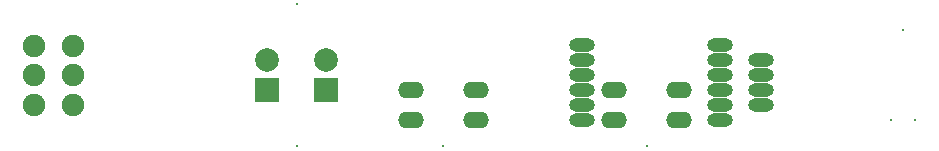
<source format=gbs>
G04 Layer_Color=16711935*
%FSLAX25Y25*%
%MOIN*%
G70*
G01*
G75*
%ADD71C,0.00800*%
%ADD72C,0.07493*%
%ADD73R,0.07887X0.07887*%
%ADD74C,0.07887*%
%ADD76O,0.08674X0.05524*%
%ADD77O,0.08674X0.04540*%
D71*
X291571Y8622D02*
D03*
X299571D02*
D03*
X295571Y38622D02*
D03*
X210236Y0D02*
D03*
X93405Y47244D02*
D03*
Y0D02*
D03*
X142323D02*
D03*
D72*
X5709Y13780D02*
D03*
Y33465D02*
D03*
Y23622D02*
D03*
X18701Y33465D02*
D03*
Y13780D02*
D03*
Y23622D02*
D03*
D73*
X103248Y18622D02*
D03*
X83563D02*
D03*
D74*
X103248Y28622D02*
D03*
X83563D02*
D03*
D76*
X199016Y18622D02*
D03*
Y8622D02*
D03*
X131496Y18622D02*
D03*
Y8622D02*
D03*
X220768Y18622D02*
D03*
Y8622D02*
D03*
X153150Y18622D02*
D03*
Y8622D02*
D03*
D77*
X188386Y13622D02*
D03*
Y8622D02*
D03*
Y33622D02*
D03*
Y28622D02*
D03*
Y18622D02*
D03*
Y23622D02*
D03*
X248327Y28622D02*
D03*
Y23622D02*
D03*
Y13622D02*
D03*
Y18622D02*
D03*
X234547Y13622D02*
D03*
Y8622D02*
D03*
Y33622D02*
D03*
Y28622D02*
D03*
Y18622D02*
D03*
Y23622D02*
D03*
M02*

</source>
